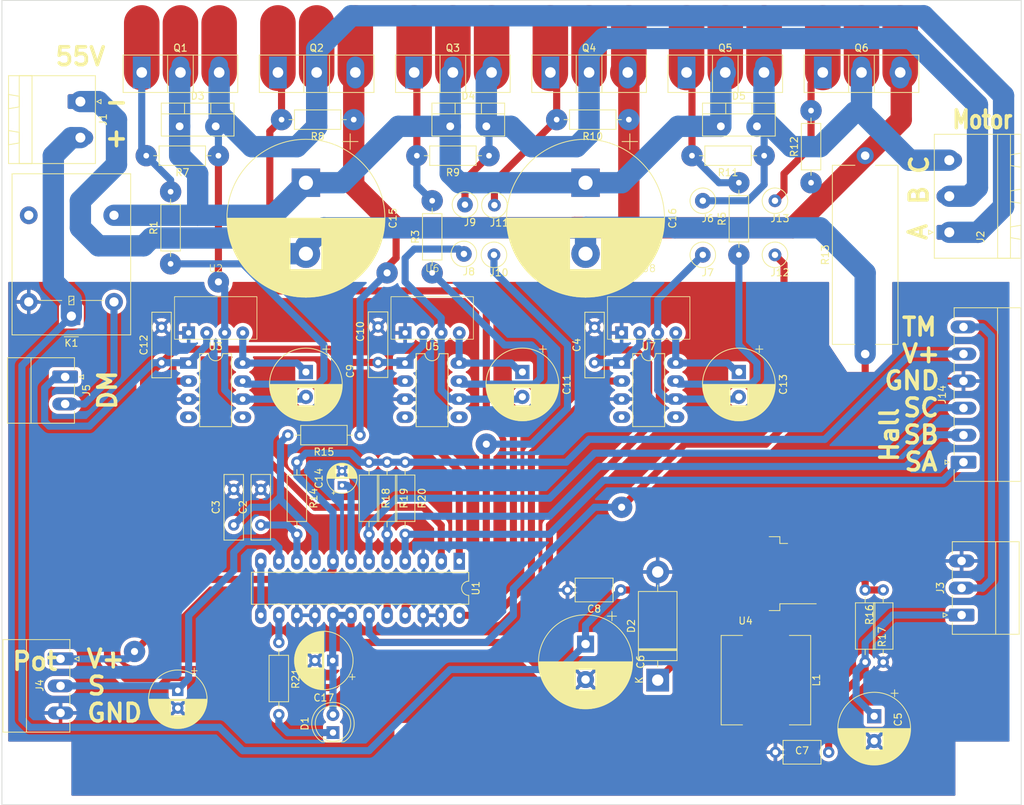
<source format=kicad_pcb>
(kicad_pcb (version 20221018) (generator pcbnew)
  (layers (0 "F.Cu" signal) (31 "B.Cu" signal) (34 "B.Paste" user) (35 "F.Paste" user) (36 "B.SilkS" user "B.Silkscreen") (37 "F.SilkS" user "F.Silkscreen") (38 "B.Mask" user) (39 "F.Mask" user) (44 "Edge.Cuts" user))
  (net 0 "")
  (net 1 "Net-(J4-Pin_2)")
  (net 2 "+12V")
  (net 3 "Net-(U1-Oscilator)")
  (net 4 "Net-(U1-Curr_sen+)")
  (net 5 "Net-(D1-K)")
  (net 6 "/FaseA")
  (net 7 "/FaseB")
  (net 8 "/FaseC")
  (net 9 "/AH")
  (net 10 "/AL")
  (net 11 "/BH")
  (net 12 "/BL")
  (net 13 "/CH")
  (net 14 "/CL")
  (net 15 "GND")
  (net 16 "Net-(Q1-G)")
  (net 17 "+6V")
  (net 18 "/SC")
  (net 19 "/SB")
  (net 20 "/SA")
  (net 21 "/DCH")
  (net 22 "/DAH")
  (net 23 "/DBH")
  (net 24 "Net-(Q2-S)")
  (net 25 "Net-(Q3-G)")
  (net 26 "Net-(Q5-G)")
  (net 27 "Net-(U1-Amp-)")
  (net 28 "Net-(U2-+Vo)")
  (net 29 "Net-(U5-VB)")
  (net 30 "Net-(U7-VB)")
  (net 31 "Net-(U1-OE)")
  (net 32 "Net-(U1-Fault)")
  (net 33 "/V55+")
  (net 34 "Net-(D2-K)")
  (net 35 "Net-(U4-FB)")
  (net 42 "Net-(D3-K)")
  (net 43 "Net-(J5-Pin_2)")
  (net 45 "Net-(U5-VS)")
  (net 46 "Net-(U7-VS)")
  (net 47 "Net-(Q4-G)")
  (net 48 "Net-(Q6-G)")
  (net 49 "/TempMot")
  (footprint "Connector_Phoenix_MC:PhoenixContact_MC_1,5_3-G-3.81_1x03_P3.81mm_Horizontal" (layer "F.Cu") (at 74.676 124.222889 -90)
    (fp_text reference "J4")
    (fp_text value "Potenciômetro")
  )
  (footprint "Capacitor_THT:C_Disc_D9.0mm_W2.5mm_P5.00mm" (layer "F.Cu") (at 119.38 82.47 90)
    (fp_text reference "C10")
    (fp_text value "C")
  )
  (footprint "TestPoint:TestPoint_Loop_D3.50mm_Drill0.9mm_Beaded" (layer "F.Cu") (at 135.761138 60.30521)
    (fp_text reference "J11")
    (fp_text value "~")
  )
  (footprint "Capacitor_THT:CP_Radial_D4.0mm_P2.00mm" (layer "F.Cu") (at 114.3 99.79 90)
    (fp_text reference "C14")
    (fp_text value "2,2u")
  )
  (footprint "MountingHole:MountingHole_3.5mm" (layer "F.Cu") (at 70.231 140.95)
    (fp_text reference "H3" hide)
    (fp_text value "MountingHole" hide)
  )
  (footprint "Capacitor_THT:CP_Radial_D8.0mm_P2.50mm" (layer "F.Cu") (at 112.99 124.46 180)
    (fp_text reference "C17")
    (fp_text value "100u 16V")
  )
  (footprint "Resistor_THT:R_Axial_DIN0207_L6.3mm_D2.5mm_P10.16mm_Horizontal" (layer "F.Cu") (at 90.17 68.58 90)
    (fp_text reference "R1")
    (fp_text value "10")
  )
  (footprint "Capacitor_THT:CP_Radial_D22.0mm_P10.00mm_SnapIn" (layer "F.Cu") (at 148.59 57.15 -90)
    (fp_text reference "C16")
    (fp_text value "470u 100V")
  )
  (footprint "Resistor_THT:R_Axial_DIN0207_L6.3mm_D2.5mm_P10.16mm_Horizontal" (layer "F.Cu") (at 96.901 53.34 180)
    (fp_text reference "R7")
    (fp_text value "100K")
  )
  (footprint "B1212s-1W:B1212s-1W" (layer "F.Cu") (at 157.48 76.2)
    (fp_text reference "U8")
    (fp_text value "B1212s-1W")
  )
  (footprint "Connector_Phoenix_MC:PhoenixContact_MC_1,5_6-G-3.81_1x06_P3.81mm_Horizontal" (layer "F.Cu") (at 201.8 96.52 90)
    (fp_text reference "J14")
    (fp_text value "Sensores")
  )
  (footprint "Capacitor_THT:C_Disc_D9.0mm_W2.5mm_P5.00mm" (layer "F.Cu") (at 99.06 105.37 90)
    (fp_text reference "C3")
    (fp_text value "C")
  )
  (footprint "Capacitor_THT:C_Axial_L5.1mm_D3.1mm_P7.50mm_Horizontal" (layer "F.Cu") (at 182.82 137.384785 180)
    (fp_text reference "C7")
    (fp_text value "100n")
  )
  (footprint "TestPoint:TestPoint_Loop_D3.50mm_Drill0.9mm_Beaded" (layer "F.Cu") (at 131.465182 67.181791)
    (fp_text reference "J8")
    (fp_text value "~")
  )
  (footprint "Resistor_THT:R_Axial_DIN0207_L6.3mm_D2.5mm_P10.16mm_Horizontal" (layer "F.Cu") (at 107.95 96.52 -90)
    (fp_text reference "R14")
    (fp_text value "1K")
  )
  (footprint "TestPoint:TestPoint_Loop_D3.50mm_Drill0.9mm_Beaded" (layer "F.Cu") (at 165.1 59.69)
    (fp_text reference "J6")
    (fp_text value "~")
  )
  (footprint "Package_TO_SOT_THT:TO-247-3_Vertical" (layer "F.Cu") (at 162.814 41.617889)
    (fp_text reference "Q5")
    (fp_text value "FDH50N50")
  )
  (footprint "TestPoint:TestPoint_Loop_D3.50mm_Drill0.9mm_Beaded" (layer "F.Cu") (at 175.26 67.31)
    (fp_text reference "J12")
    (fp_text value "~")
  )
  (footprint "Relay_THT:Relay_SPDT_Omron-G5LE-1" (layer "F.Cu") (at 76.2 75.9375 180)
    (fp_text reference "K1")
    (fp_text value "G5LE-1")
  )
  (footprint "Resistor_THT:R_Axial_Power_L25.0mm_W9.0mm_P27.94mm" (layer "F.Cu") (at 187.96 81.28 90)
    (fp_text reference "R13")
    (fp_text value "0,01")
  )
  (footprint "Connector_Phoenix_MSTB:PhoenixContact_MSTBA_2,5_3-G-5,08_1x03_P5.08mm_Horizontal" (layer "F.Cu") (at 199.8035 64.135 90)
    (fp_text reference "J2")
    (fp_text value "Motor")
  )
  (footprint "Package_DIP:DIP-8_W7.62mm_LongPads" (layer "F.Cu") (at 92.695 82.56)
    (fp_text reference "U3")
    (fp_text value "IR2118")
  )
  (footprint "Capacitor_THT:C_Disc_D9.0mm_W2.5mm_P5.00mm" (layer "F.Cu") (at 88.9 82.51 90)
    (fp_text reference "C12")
    (fp_text value "C")
  )
  (footprint "Capacitor_THT:CP_Radial_D8.0mm_P2.50mm" (layer "F.Cu") (at 91.186 128.667889 -90)
    (fp_text reference "C1" hide)
    (fp_text value "C_Polarized")
  )
  (footprint "TestPoint:TestPoint_Loop_D3.50mm_Drill0.9mm_Beaded" (layer "F.Cu") (at 131.615355 60.238582)
    (fp_text reference "J9")
    (fp_text value "~")
  )
  (footprint "Package_DIP:DIP-8_W7.62mm_LongPads" (layer "F.Cu") (at 123.175 82.56)
    (fp_text reference "U5")
    (fp_text value "IR2118")
  )
  (footprint "Package_TO_SOT_SMD:TO-263-5_TabPin3" (layer "F.Cu") (at 171.12 112.219785 180)
    (fp_text reference "U4")
    (fp_text value "LM2596S-ADJ")
  )
  (footprint "Inductor_SMD:L_12x12mm_H6mm" (layer "F.Cu") (at 173.99 127.224785 -90)
    (fp_text reference "L1")
    (fp_text value "100u")
  )
  (footprint "Package_TO_SOT_THT:TO-247-3_Vertical" (layer "F.Cu") (at 181.991 41.617889)
    (fp_text reference "Q6")
    (fp_text value "FDH50N50")
  )
  (footprint "Package_TO_SOT_THT:TO-220-2_Vertical" (layer "F.Cu") (at 91.44 49.205)
    (fp_text reference "D3")
    (fp_text value "Verificar")
  )
  (footprint "Resistor_THT:R_Axial_DIN0207_L6.3mm_D2.5mm_P10.16mm_Horizontal" (layer "F.Cu") (at 123.19 96.52 -90)
    (fp_text reference "R20")
    (fp_text value "1K")
  )
  (footprint "Resistor_THT:R_Axial_DIN0207_L6.3mm_D2.5mm_P10.16mm_Horizontal" (layer "F.Cu") (at 116.84 92.71 180)
    (fp_text reference "R15")
    (fp_text value "R")
  )
  (footprint "MountingHole:MountingHole_3.5mm" (layer "F.Cu") (at 70.231 35.267889)
    (fp_text reference "H1" hide)
    (fp_text value "MountingHole" hide)
  )
  (footprint "B1212s-1W:B1212s-1W" (layer "F.Cu") (at 96.52 76.2)
    (fp_text reference "U2")
    (fp_text value "B1212s-1W")
  )
  (footprint "B1212s-1W:B1212s-1W" (layer "F.Cu") (at 127 76.2)
    (fp_text reference "U6")
    (fp_text value "B1212s-1W")
  )
  (footprint "Package_DIP:DIP-8_W7.62mm_LongPads" (layer "F.Cu") (at 153.67 82.55)
    (fp_text reference "U7")
    (fp_text value "IR2118")
  )
  (footprint "Package_TO_SOT_THT:TO-247-3_Vertical" (layer "F.Cu") (at 86.106 41.617889)
    (fp_text reference "Q1")
    (fp_text value "FDH50N50")
  )
  (footprint "Resistor_THT:R_Axial_DIN0207_L6.3mm_D2.5mm_P10.16mm_Horizontal" (layer "F.Cu") (at 120.65 96.52 -90)
    (fp_text reference "R19")
    (fp_text value "1K")
  )
  (footprint "Resistor_THT:R_Axial_DIN0207_L6.3mm_D2.5mm_P10.16mm_Horizontal" (layer "F.Cu") (at 127 69.85 90)
    (fp_text reference "R3")
    (fp_text value "10")
  )
  (footprint "Package_TO_SOT_THT:TO-220-2_Vertical" (layer "F.Cu") (at 129.54 49.205)
    (fp_text reference "D4")
    (fp_text value "Verificar")
  )
  (footprint "Resistor_THT:R_Axial_DIN0207_L6.3mm_D2.5mm_P10.16mm_Horizontal" (layer "F.Cu") (at 154.686 48.26 180)
    (fp_text reference "R10")
    (fp_text value "100K")
  )
  (footprint "Resistor_THT:R_Axial_DIN0207_L6.3mm_D2.5mm_P10.16mm_Horizontal" (layer "F.Cu") (at 115.951 48.26 180)
    (fp_text reference "R8")
    (fp_text value "100K")
  )
  (footprint "Capacitor_THT:CP_Radial_D13.0mm_P5.00mm" (layer "F.Cu") (at 148.59 122.144785 -90)
    (fp_text reference "C6")
    (fp_text value "470u 63V")
  )
  (footprint "Resistor_THT:R_Axial_DIN0207_L6.3mm_D2.5mm_P10.16mm_Horizontal" (layer "F.Cu") (at 135.001 53.34 180)
    (fp_text reference "R9")
    (fp_text value "100K")
  )
  (footprint "MountingHole:MountingHole_3.5mm" (layer "F.Cu") (at 206.121 140.95)
    (fp_text reference "H2" hide)
    (fp_text value "MountingHole" hide)
  )
  (footprint "Capacitor_THT:CP_Radial_D10.0mm_P3.50mm" (layer "F.Cu") (at 139.7 83.82 -90)
    (fp_text reference "C11")
    (fp_text value "470u 16V")
  )
  (footprint "Capacitor_THT:CP_Radial_D10.0mm_P3.50mm" (layer "F.Cu") (at 189.23 132.304785 -90)
    (fp_text reference "C5")
    (fp_text value "470u 16V")
  )
  (footprint "Capacitor_THT:CP_Radial_D22.0mm_P10.00mm_SnapIn" (layer "F.Cu") (at 109.22 57.15 -90)
    (fp_text reference "C15")
    (fp_text value "470u 100V")
  )
  (footprint "Package_TO_SOT_THT:TO-247-3_Vertical" (layer "F.Cu") (at 105.283 41.617889)
    (fp_text reference "Q2")
    (fp_text value "FDH50N50")
  )
  (footprint "Package_TO_SOT_THT:TO-220-2_Vertical" (layer "F.Cu") (at 167.64 49.205)
    (fp_text reference "D5")
    (fp_text value "Verificar")
  )
  (footprint "Connector_Phoenix_MC:PhoenixContact_MC_1,5_2-G-3.81_1x02_P3.81mm_Horizontal" (layer "F.Cu") (at 75.3225 84.51 -90)
    (fp_text reference "J5")
    (fp_text value "DM")
  )
  (footprint "TestPoint:TestPoint_Loop_D3.50mm_Drill0.9mm_Beaded" (layer "F.Cu") (at 165.1 67.31)
    (fp_text reference "J7")
    (fp_text value "~")
  )
  (footprint "Capacitor_THT:C_Axial_L5.1mm_D3.1mm_P7.50mm_Horizontal" (layer "F.Cu") (at 153.55 114.524785 180)
    (fp_text reference "C8")
    (fp_text value "100n")
  )
  (footprint "Connector_Phoenix_MSTB:PhoenixContact_MSTBA_2,5_2-G-5,08_1x02_P5.08mm_Horizontal" (layer "F.Cu") (at 77.47 45.72 -90)
    (fp_text reference "J1")
    (fp_text value "55V")
  )
  (footprint "Resistor_THT:R_Axial_DIN0207_L6.3mm_D2.5mm_P10.16mm_Horizontal" (layer "F.Cu") (at 118.11 96.52 -90)
    (fp_text reference "R18")
    (fp_text value "1K")
  )
  (footprint "Package_TO_SOT_THT:TO-247-3_Vertical" (layer "F.Cu") (at 124.46 41.617889)
    (fp_text reference "Q3")
    (fp_text value "FDH50N50")
  )
  (footprint "Resistor_THT:R_Axial_DIN0207_L6.3mm_D2.5mm_P10.16mm_Horizontal" (layer "F.Cu") (at 187.96 114.524785 -90)
    (fp_text reference "R16")
    (fp_text value "9,1K")
  )
  (footprint "TestPoint:TestPoint_Loop_D3.50mm_Drill0.9mm_Beaded" (layer "F.Cu") (at 135.696003 67.31)
    (fp_text reference "J10")
    (fp_text value "~")
  )
  (footprint "TestPoint:TestPoint_Loop_D3.50mm_Drill0.9mm_Beaded" (layer "F.Cu") (at 175.26 59.69)
    (fp_text reference "J13")
    (fp_text value "~")
  )
  (footprint "Resistor_THT:R_Axial_DIN0207_L6.3mm_D2.5mm_P10.16mm_Horizontal" (layer "F.Cu") (at 190.5 124.684785 90)
    (fp_text reference "R17")
    (fp_text value "1K")
  )
  (footprint "Resistor_THT:R_Axial_DIN0207_L6.3mm_D2.5mm_P10.16mm_Horizontal" (layer "F.Cu") (at 105.41 121.92 -90)
    (fp_text reference "R21")
    (fp_text value "1K")
  )
  (footprint "Resistor_THT:R_Axial_DIN0207_L6.3mm_D2.5mm_P10.16mm_Horizontal" (layer "F.Cu") (at 180.34 57.15 90)
    (fp_text reference "R12")
    (fp_text value "100K")
  )
  (footprint "Resistor_THT:R_Axial_DIN0207_L6.3mm_D2.5mm_P10.16mm_Horizontal" (layer "F.Cu") (at 173.736 53.34 180)
    (fp_text reference "R11")
    (fp_text value "100K")
  )
  (footprint "Connector_Phoenix_MC:PhoenixContact_MC_1,5_3-G-3.81_1x03_P3.81mm_Horizontal" (layer "F.Cu") (at 201.5375 118.055 90)
    (fp_text reference "J3")
    (fp_text value "Telemetria")
  )
  (footprint "Resistor_THT:R_Axial_DIN0207_L6.3mm_D2.5mm_P10.16mm_Horizontal" (layer "F.Cu") (at 170.18 67.31 90)
    (fp_text reference "R5")
    (fp_text value "10")
  )
  (footprint "Capacitor_THT:CP_Radial_D10.0mm_P3.50mm" (layer "F.Cu") (at 170.18 83.82 -90)
    (fp_text reference "C13")
    (fp_text value "470u 16V")
  )
  (footprint "MountingHole:MountingHole_3.5mm" (layer "F.Cu") (at 206.121 35.267889)
    (fp_text reference "H4" hide)
    (fp_text value "MountingHole" hide)
  )
  (footprint "Package_DIP:DIP-24_W7.62mm_LongPads" (layer "F.Cu") (at 130.815 110.475 -90)
    (fp_text reference "U1")
    (fp_text value "MC33035")
  )
  (footprint "Capacitor_THT:C_Disc_D9.0mm_W2.5mm_P5.00mm" (layer "F.Cu") (at 102.87 105.37 90)
    (fp_text reference "C2")
    (fp_text value "100n")
  )
  (footprint "Package_TO_SOT_THT:TO-247-3_Vertical" (layer "F.Cu") (at 143.637 41.617889)
    (fp_text reference "Q4")
    (fp_text value "FDH50N50")
  )
  (footprint "Capacitor_THT:CP_Radial_D10.0mm_P3.50mm" (layer "F.Cu") (at 109.22 83.82 -90)
    (fp_text reference "C9")
    (fp_text value "470u 16V")
  )
  (footprint "Capacitor_THT:C_Disc_D9.0mm_W2.5mm_P5.00mm" (layer "F.Cu") (at 149.86 82.51 90)
    (fp_text reference "C4")
    (fp_text value "C")
  )
  (footprint "Diode_THT:D_DO-201AD_P15.24mm_Horizontal" (layer "F.Cu") (at 158.75 127.224785 90)
    (fp_text reference "D2")
    (fp_text value "1N5822")
  )
  (footprint "LED_THT:LED_D5.0mm" (layer "F.Cu") (at 113.03 134.62 90)
    (fp_text reference "D1")
    (fp_text value "LED")
  )
  (gr_line (start 66.421 144.78) (end 66.421 31.457889) (stroke (width 0.1)) (layer "Edge.Cuts"))
  (gr_line (start 209.931 144.78) (end 66.421 144.78) (stroke (width 0.1)) (layer "Edge.Cuts"))
  (gr_line (start 209.931 144.78) (end 209.931 31.457889) (stroke (width 0.1)) (layer "Edge.Cuts"))
  (gr_line (start 209.931 31.457889) (end 66.421 31.457889) (stroke (width 0.1)) (layer "Edge.Cuts"))
  (gr_text "SEM / IFC" (at 122.732686 141.818522) (layer "F.Cu") (effects (font (size 6 6) (thickness 1.2) bold) (justify left bottom)))
  (gr_text "2023 / 1" (at 77.47 142.24) (layer "F.Cu") (effects (font (size 3 3) (thickness 0.6) bold) (justify left bottom)))
  (gr_text "Motor" (at 204.47 48.26) (layer "F.SilkS") (effects (font (size 2.5 2) (thickness 0.5))))
  (gr_text "V+" (at 81.026 124.222889) (layer "F.SilkS") (effects (font (size 2.5 2.5) (thickness 0.5))))
  (gr_text "TM" (at 195.58 77.47) (layer "F.SilkS") (effects (font (size 2.5 2.5) (thickness 0.5))))
  (gr_text "V+" (at 195.8225 81.225) (layer "F.SilkS") (effects (font (size 2.5 2.5) (thickness 0.5))))
  (gr_text "-" (at 82.55 45.72) (layer "F.SilkS") (effects (font (size 2.5 2.5) (thickness 0.5))))
  (gr_text "Hall" (at 191.3775 92.655 90) (layer "F.SilkS") (effects (font (size 2.5 2.5) (thickness 0.5))))
  (gr_text "C" (at 195.58 54.61 90) (layer "F.SilkS") (effects (font (size 2.5 2.5) (thickness 0.5))))
  (gr_text "55V" (at 77.47 39.37) (layer "F.SilkS") (effects (font (size 2.5 2.5) (thickness 0.5))))
  (gr_text "GND" (at 82.296 131.842889) (layer "F.SilkS") (effects (font (size 2.5 2.5) (thickness 0.5))))
  (gr_text "S" (at 79.756 128.032889) (layer "F.SilkS") (effects (font (size 2.5 2.5) (thickness 0.5))))
  (gr_text "GND" (at 194.5525 85.035) (layer "F.SilkS") (effects (font (size 2.5 2.5) (thickness 0.5))))
  (gr_text "A" (at 195.383964 64.079656 90) (layer "F.SilkS") (effects (font (size 2.5 2.5) (thickness 0.5))))
  (gr_text "SA" (at 195.8225 96.465) (layer "F.SilkS") (effects (font (size 2.5 2.5) (thickness 0.5))))
  (gr_text "Pot" (at 71.061113 124.569956) (layer "F.SilkS") (effects (font (size 2.5 2.5) (thickness 0.5))))
  (gr_text "SB" (at 195.8225 92.655) (layer "F.SilkS") (effects (font (size 2.5 2.5) (thickness 0.5))))
  (gr_text "DM" (at 81.28 86.36 90) (layer "F.SilkS") (effects (font (size 2.5 2.5) (thickness 0.5))))
  (gr_text "+" (at 82.55 50.8) (layer "F.SilkS") (effects (font (size 2.5 2.5) (thickness 0.5))))
  (gr_text "B" (at 195.52968 58.906727 90) (layer "F.SilkS") (effects (font (size 2.5 2.5) (thickness 0.5))))
  (gr_text "SC" (at 195.8225 88.845) (layer "F.SilkS") (effects (font (size 2.5 2.5) (thickness 0.5))))
  (segment (start 99.06 111.76868) (end 99.06 109.22) (width 1) (layer "B.Cu") (net 1))
  (segment (start 91.186 128.524) (end 91.677111 128.032889) (width 1) (layer "B.Cu") (net 1))
  (segment (start 99.06 109.22) (end 100.566992 107.713008) (width 1) (layer "B.Cu") (net 1))
  (segment (start 91.677111 128.032889) (end 92.71 127) (width 1) (layer "B.Cu") (net 1))
  (segment (start 91.186 128.667889) (end 91.186 128.524) (width 1) (layer "B.Cu") (net 1))
  (segment (start 92.71 118.11868) (end 99.06 111.76868) (width 1) (layer "B.Cu") (net 1))
  (segment (start 100.566992 107.713008) (end 104.57516 107.713008) (width 1) (layer "B.Cu") (net 1))
  (segment (start 105.415 108.552848) (end 105.415 110.475) (width 1) (layer "B.Cu") (net 1))
  (segment (start 92.71 127) (end 92.71 118.11868) (width 1) (layer "B.Cu") (net 1))
  (segment (start 74.676 128.032889) (end 91.677111 128.032889) (width 1) (layer "B.Cu") (net 1))
  (segment (start 104.57516 107.713008) (end 105.415 108.552848) (width 1) (layer "B.Cu") (net 1))
  (segment (start 147.32 130.81) (end 138.43 121.92) (width 1) (layer "F.Cu") (net 2))
  (segment (start 138.43 121.92) (end 115.575 121.92) (width 1) (layer "F.Cu") (net 2))
  (segment (start 114.365663 82.47) (end 119.38 82.47) (width 1) (layer "F.Cu") (net 2))
  (segment (start 97.79 128.27) (end 113.03 128.27) (width 1) (layer "F.Cu") (net 2))
  (segment (start 163.83 130.81) (end 147.32 130.81) (width 1) (layer "F.Cu") (net 2))
  (segment (start 90.847326 80.602674) (end 112.498337 80.602674) (width 1) (layer "F.Cu") (net 2))
  (segment (start 88.9 82.51) (end 90.13 81.28) (width 1) (layer "F.Cu") (net 2))
  (segment (start 115.575 121.92) (end 115.575 118.095) (width 1) (layer "F.Cu") (net 2))
  (segment (start 86.36 85.05) (end 86.36 93.98) (width 1) (layer "F.Cu") (net 2))
  (segment (start 173.99 132.174785) (end 181.74 132.174785) (width 1) (layer "F.Cu") (net 2))
  (segment (start 90.17 81.28) (end 90.847326 80.602674) (width 1) (layer "F.Cu") (net 2))
  (segment (start 157.48 82.55) (end 157.48 91.44) (width 1) (layer "F.Cu") (net 2))
  (segment (start 151.66717 80.70283) (end 155.63283 80.70283) (width 1) (layer "F.Cu") (net 2))
  (segment (start 155.63283 80.70283) (end 157.48 82.55) (width 1) (layer "F.Cu") (net 2))
  (segment (start 83.82 127) (end 87.63 127) (width 1) (layer "F.Cu") (net 2))
  (segment (start 87.63 127) (end 88.9 125.73) (width 1) (layer "F.Cu") (net 2))
  (segment (start 143.51 105.41) (end 143.51 116.84) (width 1) (layer "F.Cu") (net 2))
  (segment (start 112.498337 80.602674) (end 114.365663 82.47) (width 1) (layer "F.Cu") (net 2))
  (segment (start 90.13 81.28) (end 90.17 81.28) (width 1) (layer "F.Cu") (net 2))
  (segment (start 81.28 124.46) (end 83.82 127) (width 1) (layer "F.Cu") (net 2))
  (segment (start 181.74 132.174785) (end 182.82 133.254785) (width 1) (layer "F.Cu") (net 2))
  (segment (start 187.96 125.954785) (end 187.96 124.684785) (width 1) (layer "F.Cu") (net 2))
  (segment (start 182.82 133.254785) (end 182.82 137.384785) (width 1) (layer "F.Cu") (net 2))
  (segment (start 157.48 91.44) (end 143.51 105.41) (width 1) (layer "F.Cu") (net 2))
  (segment (start 149.86 82.51) (end 151.66717 80.70283) (width 1) (layer "F.Cu") (net 2))
  (segment (start 88.9 125.73) (end 95.25 125.73) (width 1) (layer "F.Cu") (net 2))
  (segment (start 88.9 82.51) (end 86.36 85.05) (width 1) (layer "F.Cu") (net 2))
  (segment (start 143.51 116.84) (end 138.43 121.92) (width 1) (layer "F.Cu") (net 2))
  (segment (start 115.575 125.725) (end 115.575 121.92) (width 1) (layer "F.Cu") (net 2))
  (segment (start 113.03 128.27) (end 115.575 125.725) (width 1) (layer "F.Cu") (net 2))
  (segment (start 181.74 132.174785) (end 187.96 125.954785) (width 1) (layer "F.Cu") (net 2))
  (segment (start 165.194785 132.174785) (end 163.83 130.81) (width 1) (layer "F.Cu") (net 2))
  (segment (start 95.25 125.73) (end 97.79 128.27) (width 1) (layer "F.Cu") (net 2))
  (segment (start 173.99 132.174785) (end 165.194785 132.174785) (width 1) (layer "F.Cu") (net 2))
  (segment (start 81.28 99.06) (end 81.28 124.46) (width 1) (layer "F.Cu") (net 2))
  (segment (start 86.36 93.98) (end 81.28 99.06) (width 1) (layer "F.Cu") (net 2))
  (segment (start 149.86 82.51) (end 153.63 82.51) (width 1) (layer "B.Cu") (net 2))
  (segment (start 153.67 82.55) (end 156.21 80.01) (width 1) (layer "B.Cu") (net 2))
  (segment (start 123.085 82.47) (end 123.175 82.56) (width 1) (layer "B.Cu") (net 2))
  (segment (start 125.73 80.005) (end 125.73 78.3) (width 1) (layer "B.Cu") (net 2))
  (segment (start 112.99 118.14) (end 113.035 118.095) (width 1) (layer "B.Cu") (net 2))
  (segment (start 186.69 125.954785) (end 187.96 124.684785) (width 1) (layer "B.Cu") (net 2))
  (segment (start 191.825 118.055) (end 187.96 121.92) (width 1) (layer "B.Cu") (net 2))
  (segment (start 88.9 82.51) (end 92.645 82.51) (width 1) (layer "B.Cu") (net 2))
  (segment (start 113.035 118.095) (end 115.575 118.095) (width 1) (layer "B.Cu") (net 2))
  (segment (start 153.63 82.51) (end 153.67 82.55) (width 1) (layer "B.Cu") (net 2))
  (segment (start 73.97997 84.51) (end 72.439052 86.050918) (width 1) (layer "B.Cu") (net 2))
  (segment (start 73.076827 91.44) (end 78.74 91.44) (width 1) (layer "B.Cu") (net 2))
  (segment (start 186.69 129.764785) (end 186.69 125.954785) (width 1) (layer "B.Cu") (net 2))
  (segment (start 201.5375 118.055) (end 191.825 118.055) (width 1) (layer "B.Cu") (net 2))
  (segment (start 113.03 124.5) (end 112.99 124.46) (width 1) (layer "B.Cu") (net 2))
  (segment (start 156.21 80.01) (end 156.21 78.3) (width 1) (layer "B.Cu") (net 2))
  (segment (start 119.38 82.47) (end 123.085 82.47) (width 1) (layer "B.Cu") (net 2))
  (segment (start 123.175 82.56) (end 125.73 80.005) (width 1) (layer "B.Cu") (net 2))
  (segment (start 189.23 132.304785) (end 186.69 129.764785) (width 1) (layer "B.Cu") (net 2))
  (segment (start 78.74 91.44) (end 87.67 82.51) (width 1) (layer "B.Cu") (net 2))
  (segment (start 72.439052 86.050918) (end 72.439052 90.802225) (width 1) (layer "B.Cu") (net 2))
  (segment (start 95.25 78.3) (end 95.25 80.005) (width 1) (layer "B.Cu") (net 2))
  (segment (start 87.67 82.51) (end 88.9 82.51) (width 1) (layer "B.Cu") (net 2))
  (segment (start 75.3225 84.51) (end 73.97997 84.51) (width 1) (layer "B.Cu") (net 2))
  (segment (start 113.03 132.08) (end 113.03 124.5) (width 1) (layer "B.Cu") (net 2))
  (segment (start 187.96 121.92) (end 187.96 124.684785) (width 1) (layer "B.Cu") (net 2))
  (segment (start 95.25 80.005) (end 92.695 82.56) (width 1) (layer "B.Cu") (net 2))
  (segment (start 72.439052 90.802225) (end 73.076827 91.44) (width 1) (layer "B.Cu") (net 2))
  (segment (start 92.645 82.51) (end 92.695 82.56) (width 1) (layer "B.Cu") (net 2))
  (segment (start 112.99 124.46) (end 112.99 118.14) (width 1) (layer "B.Cu") (net 2))
  (segment (start 107.955 106.685) (end 107.95 106.68) (width 1) (layer "B.Cu") (net 3))
  (segment (start 102.87 105.37) (end 106.64 105.37) (width 1) (layer "B.Cu") (net 3))
  (segment (start 106.64 105.37) (end 107.95 106.68) (width 1) (layer "B.Cu") (net 3))
  (segment (start 107.955 110.475) (end 107.955 106.685) (width 1) (layer "B.Cu") (net 3))
  (segment (start 110.495 106.685) (end 110.495 110.475) (width 1) (layer "B.Cu") (net 4))
  (segment (start 105.64 100.56) (end 105.64 93.75) (width 1) (layer "B.Cu") (net 4))
  (segment (start 104.14 102.87) (end 105.64 101.37) (width 1) (layer "B.Cu") (net 4))
  (segment (start 99.06 105.37) (end 101.56 102.87) (width 1) (layer "B.Cu") (net 4))
  (segment (start 105.64 101.37) (end 105.64 100.56) (width 1) (layer "B.Cu") (net 4))
  (segment (start 101.56 102.87) (end 104.14 102.87) (width 1) (layer "B.Cu") (net 4))
  (segment (start 105.64 93.75) (end 106.68 92.71) (width 1) (layer "B.Cu") (net 4))
  (segment (start 105.64 101.83) (end 110.495 106.685) (width 1) (layer "B.Cu") (net 4))
  (segment (start 105.64 100.56) (end 105.64 101.83) (width 1) (layer "B.Cu") (net 4))
  (segment (start 106.68 134.62) (end 113.03 134.62) (width 1) (layer "B.Cu") (net 5))
  (segment (start 105.41 133.35) (end 106.68 134.62) (width 1) (layer "B.Cu") (net 5))
  (segment (start 105.41 132.08) (end 105.41 133.35) (width 1) (layer "B.Cu") (net 5))
  (segment (start 97.006 41.617889) (end 97.006 34.632889) (width 5) (layer "F.Cu") (net 6))
  (segment (start 110.733 41.617889) (end 110.733 34.632889) (width 5) (layer "F.Cu") (net 6))
  (segment (start 96.901 71.12) (end 96.901 53.34) (width 1) (layer "F.Cu") (net 6))
  (via (at 96.901 71.12) (size 3) (drill 1) (layers "F.Cu" "B.Cu") (net 6))
  (segment (start 96.901 71.12) (end 97.79 72.009) (width 1) (layer "B.Cu") (net 6))
  (segment (start 101.6 52.07) (end 107.95 52.07) (width 3) (layer "B.Cu") (net 6))
  (segment (start 203.835 64.135) (end 207.441989 60.528011) (width 3) (layer "B.Cu") (net 6))
  (segment (start 97.006 46.99) (end 97.006 47.476) (width 3) (layer "B.Cu") (net 6))
  (segment (start 100.305 87.63) (end 99.06 87.63) (width 1) (layer "B.Cu") (net 6))
  (segment (start 97.006 46.99) (end 97.006 48.719) (width 3) (layer "B.Cu") (net 6))
  (segment (start 97.79 72.009) (end 97.79 78.3) (width 1) (layer "B.Cu") (net 6))
  (segment (start 110.882 38.343) (end 110.733 38.343) (width 3) (layer "B.Cu") (net 6))
  (segment (start 108.9 87.64) (end 109.22 87.32) (width 1) (layer "B.Cu") (net 6))
  (segment (start 99.06 87.63) (end 97.79 86.36) (width 1) (layer "B.Cu") (net 6))
  (segment (start 199.8035 64.135) (end 203.835 64.135) (width 3) (layer "B.Cu") (net 6))
  (segment (start 97.79 86.36) (end 97.79 78.3) (width 1) (layer "B.Cu") (net 6))
  (segment (start 207.441989 44.881989) (end 196.19 33.63) (width 3) (layer "B.Cu") (net 6))
  (segment (start 115.595 33.63) (end 110.882 38.343) (width 3) (layer "B.Cu") (net 6))
  (segment (start 97.006 48.719) (end 96.52 49.205) (width 3) (layer "B.Cu") (net 6))
  (segment (start 207.441989 60.528011) (end 207.441989 44.881989) (width 3) (layer "B.Cu") (net 6))
  (segment (start 110.733 49.287) (end 110.733 41.617889) (width 3) (layer "B.Cu") (net 6))
  (segment (start 97.006 41.617889) (end 97.006 46.99) (width 3) (layer "B.Cu") (net 6))
  (segment (start 96.901 53.975) (end 96.901 49.586) (width 1) (layer "B.Cu") (net 6))
  (segment (start 96.901 49) (end 97.006 48.895) (width 1) (layer "B.Cu") (net 6))
  (segment (start 196.19 33.63) (end 115.595 33.63) (width 3) (layer "B.Cu") (net 6))
  (segment (start 107.95 52.07) (end 110.733 49.287) (width 3) (layer "B.Cu") (net 6))
  (segment (start 96.901 49.586) (end 96.52 49.205) (width 1) (layer "B.Cu") (net 6))
  (segment (start 100.315 87.64) (end 108.9 87.64) (width 1) (layer "B.Cu") (net 6))
  (segment (start 110.733 38.343) (end 110.733 41.617889) (width 3) (layer "B.Cu") (net 6))
  (segment (start 97.006 47.476) (end 101.6 52.07) (width 3) (layer "B.Cu") (net 6))
  (segment (start 100.315 87.64) (end 100.305 87.63) (width 1) (layer "B.Cu") (net 6))
  (segment (start 131.615355 60.238582) (end 131.615355 56.725645) (width 1) (layer "F.Cu") (net 7))
  (segment (start 149.087 41.617889) (end 149.087 34.632889) (width 5) (layer "F.Cu") (net 7))
  (segment (start 131.615355 56.725645) (end 135.001 53.34) (width 1) (layer "F.Cu") (net 7))
  (segment (start 135.36 41.617889) (end 135.36 34.632889) (width 5) (layer "F.Cu") (net 7))
  (segment (start 194.427521 36.83) (end 151.13 36.83) (width 3) (layer "B.Cu") (net 7))
  (segment (start 149.087 50.303) (end 149.087 41.617889) (width 3) (layer "B.Cu") (net 7))
  (segment (start 134.62 49.205) (end 138.105 49.205) (width 3) (layer "B.Cu") (net 7))
  (segment (start 138.105 49.205) (end 140.97 52.07) (width 3) (layer "B.Cu") (net 7))
  (segment (start 199.8035 59.055) (end 202.565 59.055) (width 3) (layer "B.Cu") (net 7))
  (segment (start 202.565 59.055) (end 203.768723 57.851277) (width 3) (layer "B.Cu") (net 7))
  (segment (start 140.97 52.07) (end 147.32 52.07) (width 3) (layer "B.Cu") (net 7))
  (segment (start 134.62 49.205) (end 134.62 42.357889) (width 3) (layer "B.Cu") (net 7))
  (segment (start 147.32 52.07) (end 149.087 50.303) (width 3) (layer "B.Cu") (net 7))
  (segment (start 149.087 38.873) (end 149.087 41.617889) (width 3) (layer "B.Cu") (net 7))
  (segment (start 203.768723 57.851277) (end 203.768723 46.171202) (width 3) (layer "B.Cu") (net 7))
  (segment (start 151.13 36.83) (end 149.087 38.873) (width 3) (layer "B.Cu") (net 7))
  (segment (start 135.001 49.586) (end 134.62 49.205) (width 1) (layer "B.Cu") (net 7))
  (segment (start 134.62 42.357889) (end 135.36 41.617889) (width 3) (layer "B.Cu") (net 7))
  (segment (start 203.768723 46.171202) (end 194.427521 36.83) (width 3) (layer "B.Cu") (net 7))
  (segment (start 135.001 53.34) (end 135.001 49.586) (width 1) (layer "B.Cu") (net 7))
  (segment (start 173.736 36.263889) (end 173.736 34.632889) (width 5) (layer "F.Cu") (net 8))
  (segment (start 173.714 41.617889) (end 173.714 37.150889) (width 5) (layer "F.Cu") (net 8))
  (segment (start 187.441 41.617889) (end 187.441 34.632889) (width 5) (layer "F.Cu") (net 8))
  (segment (start 173.714 33.654889) (end 173.736 33.632889) (width 3) (layer "F.Cu") (net 8))
  (segment (start 173.714 48.211) (end 172.72 49.205) (width 3) (layer "B.Cu") (net 8))
  (segment (start 194.229516 53.975) (end 187.441 47.186484) (width 3) (layer "B.Cu") (net 8))
  (segment (start 199.8035 53.975) (end 194.229516 53.975) (width 3) (layer "B.Cu") (net 8))
  (segment (start 187.441 47.186484) (end 187.441 41.617889) (width 3) (layer "B.Cu") (net 8))
  (segment (start 173.736 50.221) (end 172.72 49.205) (width 1) (layer "B.Cu") (net 8))
  (segment (start 186.493516 47.186484) (end 187.441 47.186484) (width 3) (layer "B.Cu") (net 8))
  (segment (start 165.1 59.69) (end 171.45 59.69) (width 1) (layer "B.Cu") (net 8))
  (segment (start 173.736 53.975) (end 173.736 50.221) (width 1) (layer "B.Cu") (net 8))
  (segment (start 173.714 48.211) (end 177.573 52.07) (width 3) (layer "B.Cu") (net 8))
  (segment (start 173.736 57.404) (end 173.736 53.34) (width 1) (layer "B.Cu") (net 8))
  (segment (start 173.714 41.617889) (end 173.714 48.211) (width 3) (layer "B.Cu") (net 8))
  (segment (start 181.61 52.07) (end 186.493516 47.186484) (width 3) (layer "B.Cu") (net 8))
  (segment (start 177.573 52.07) (end 181.61 52.07) (width 3) (layer "B.Cu") (net 8))
  (segment (start 171.45 59.69) (end 173.736 57.404) (width 1) (layer "B.Cu") (net 8))
  (segment (start 110.92 85.52) (end 100.735 85.52) (width 1) (layer "B.Cu") (net 9))
  (segment (start 100.735 85.52) (end 100.315 85.1) (width 1) (layer "B.Cu") (net 9))
  (segment (start 111.76 80.01) (end 111.76 84.68) (width 1) (layer "B.Cu") (net 9))
  (segment (start 100.33 68.58) (end 111.76 80.01) (width 1) (layer "B.Cu") (net 9))
  (segment (start 111.76 84.68) (end 110.92 85.52) (width 1) (layer "B.Cu") (net 9))
  (segment (start 90.17 68.58) (end 100.33 68.58) (width 1) (layer "B.Cu") (net 9))
  (segment (start 124.46 115.57) (end 133.35 115.57) (width 1) (layer "F.Cu") (net 10))
  (segment (start 105.283 41.72915) (end 105.283 34.632889) (width 5) (layer "F.Cu") (net 10))
  (segment (start 104.14 71.12) (end 104.14 49.911) (width 1) (layer "F.Cu") (net 10))
  (segment (start 105.41 72.39) (end 104.14 71.12) (width 1) (layer "F.Cu") (net 10))
  (segment (start 123.195 116.835) (end 124.46 115.57) (width 1) (layer "F.Cu") (net 10))
  (segment (start 134.62 88.9) (end 134.62 74.93) (width 1) (layer "F.Cu") (net 10))
  (segment (start 138.43 110.49) (end 138.43 92.71) (width 1) (layer "F.Cu") (net 10))
  (segment (start 105.791 42.125889) (end 105.283 41.617889) (width 1) (layer "F.Cu") (net 10))
  (segment (start 104.14 49.911) (end 105.791 48.26) (width 1) (layer "F.Cu") (net 10))
  (segment (start 123.195 118.095) (end 123.195 116.835) (width 1) (layer "F.Cu") (net 10))
  (segment (start 132.08 72.39) (end 105.41 72.39) (width 1) (layer "F.Cu") (net 10))
  (segment (start 138.43 92.71) (end 134.62 88.9) (width 1) (layer "F.Cu") (net 10))
  (segment (start 134.62 74.93) (end 132.08 72.39) (width 1) (layer "F.Cu") (net 10))
  (segment (start 105.791 48.26) (end 105.791 42.125889) (width 1) (layer "F.Cu") (net 10))
  (segment (start 133.35 115.57) (end 138.43 110.49) (width 1) (layer "F.Cu") (net 10))
  (segment (start 141.4 85.52) (end 131.215 85.52) (width 1) (layer "B.Cu") (net 11))
  (segment (start 137.16 80.01) (end 140.97 80.01) (width 1) (layer "B.Cu") (net 11))
  (segment (start 140.97 80.01) (end 142.24 81.28) (width 1) (layer "B.Cu") (net 11))
  (segment (start 127 69.85) (end 137.16 80.01) (width 1) (layer "B.Cu") (net 11))
  (segment (start 142.24 81.28) (end 142.24 84.68) (width 1) (layer "B.Cu") (net 11))
  (segment (start 131.215 85.52) (end 130.795 85.1) (width 1) (layer "B.Cu") (net 11))
  (segment (start 142.24 84.68) (end 141.4 85.52) (width 1) (layer "B.Cu") (net 11))
  (segment (start 132.08 113.03) (end 134.62 110.49) (width 1) (layer "F.Cu") (net 12))
  (segment (start 123.19 113.03) (end 132.08 113.03) (width 1) (layer "F.Cu") (net 12))
  (segment (start 134.62 110.49) (end 134.62 93.98) (width 1) (layer "F.Cu") (net 12))
  (segment (start 120.65 115.57) (end 123.19 113.03) (width 1) (layer "F.Cu") (net 12))
  (segment (start 120.655 118.095) (end 120.655 115.575) (width 1) (layer "F.Cu") (net 12))
  (segment (start 120.655 115.575) (end 120.65 115.57) (width 1) (layer "F.Cu") (net 12))
  (via (at 134.62 93.98) (size 3) (drill 1) (layers "F.Cu" "B.Cu") (net 12))
  (segment (start 135.696003 69.656003) (end 135.696003 67.31) (width 1) (layer "B.Cu") (net 12))
  (segment (start 146.05 80.01) (end 135.696003 69.656003) (width 1) (layer "B.Cu") (net 12))
  (segment (start 146.05 88.9) (end 146.05 80.01) (width 1) (layer "B.Cu") (net 12))
  (segment (start 140.97 93.98) (end 146.05 88.9) (width 1) (layer "B.Cu") (net 12))
  (segment (start 134.62 93.98) (end 140.97 93.98) (width 1) (layer "B.Cu") (net 12))
  (segment (start 161.72 85.52) (end 161.29 85.09) (width 1) (layer "B.Cu") (net 13))
  (segment (start 172.72 82.55) (end 172.72 84.68) (width 1) (layer "B.Cu") (net 13))
  (segment (start 170.18 80.01) (end 172.72 82.55) (width 1) (layer "B.Cu") (net 13))
  (segment (start 170.18 67.31) (end 170.18 80.01) (width 1) (layer "B.Cu") (net 13))
  (segment (start 172.72 84.68) (end 171.88 85.52) (width 1) (layer "B.Cu") (net 13))
  (segment (start 171.88 85.52) (end 161.72 85.52) (width 1) (layer "B.Cu") (net 13))
  (segment (start 176.53 68.58) (end 175.26 67.31) (width 1) (layer "F.Cu") (net 14))
  (segment (start 173.99 93.98) (end 176.53 91.44) (width 1) (layer "F.Cu") (net 14))
  (segment (start 162.56 93.98) (end 173.99 93.98) (width 1) (layer "F.Cu") (net 14))
  (segment (start 176.53 91.44) (end 176.53 68.58) (width 1) (layer "F.Cu") (net 14))
  (segment (start 153.67 102.87) (end 162.56 93.98) (width 1) (layer "F.Cu") (net 14))
  (via (at 153.67 102.87) (size 3) (drill 1) (layers "F.Cu" "B.Cu") (net 14))
  (segment (start 118.11 120.65) (end 119.38 121.92) (width 1) (layer "B.Cu") (net 14))
  (segment (start 118.115 118.095) (end 118.115 120.645) (width 1) (layer "B.Cu") (net 14))
  (segment (start 118.115 120.645) (end 118.11 120.65) (width 1) (layer "B.Cu") (net 14))
  (segment (start 149.86 102.87) (end 153.67 102.87) (width 1) (layer "B.Cu") (net 14))
  (segment (start 119.38 121.92) (end 134.62 121.92) (width 1) (layer "B.Cu") (net 14))
  (segment (start 138.43 118.11) (end 138.43 114.3) (width 1) (layer "B.Cu") (net 14))
  (segment (start 134.62 121.92) (end 138.43 118.11) (width 1) (layer "B.Cu") (net 14))
  (segment (start 138.43 114.3) (end 149.86 102.87) (width 1) (layer "B.Cu") (net 14))
  (segment (start 187.96 85.09) (end 187.96 81.28) (width 1) (layer "F.Cu") (net 15))
  (segment (start 201.8 85.09) (end 187.96 85.09) (width 1) (layer "F.Cu") (net 15))
  (segment (start 109.22 67.15) (end 109.22 66.04) (width 3) (layer "B.Cu") (net 15))
  (segment (start 77.47 63.5) (end 80.01 66.04) (width 3) (layer "B.Cu") (net 15))
  (segment (start 148.59 63.5) (end 148.65 63.44) (width 3) (layer "B.Cu") (net 15))
  (segment (start 110.495 124.455) (end 110.49 124.46) (width 1) (layer "B.Cu") (net 15))
  (segment (start 187.96 69.85) (end 187.96 81.28) (width 3) (layer "B.Cu") (net 15))
  (segment (start 111.76 63.5) (end 148.59 63.5) (width 3) (layer "B.Cu") (net 15))
  (segment (start 109.22 66.04) (end 111.76 63.5) (width 3) (layer "B.Cu") (net 15))
  (segment (start 105.25 67.15) (end 109.22 67.15) (width 3) (layer "B.Cu") (net 15))
  (segment (start 86.36 66.04) (end 87.4625 64.9375) (width 3) (layer "B.Cu") (net 15))
  (segment (start 161.156956 63.5) (end 181.61 63.5) (width 3) (layer "B.Cu") (net 15))
  (segment (start 82.55 54.61) (end 77.47 59.69) (width 3) (layer "B.Cu") (net 15))
  (segment (start 77.47 45.72) (end 80.01 45.72) (width 3) (layer "B.Cu") (net 15))
  (segment (start 77.47 59.69) (end 77.47 63.5) (width 3) (layer "B.Cu") (net 15))
  (segment (start 80.01 45.72) (end 82.55 48.26) (width 3) (layer "B.Cu") (net 15))
  (segment (start 82.55 48.26) (end 82.55 54.61) (width 3) (layer "B.Cu") (net 15))
  (segment (start 181.61 63.5) (end 187.96 69.85) (width 3) (layer "B.Cu") (net 15))
  (segment (start 103.0375 64.9375) (end 105.25 67.15) (width 3) (layer "B.Cu") (net 15))
  (segment (start 148.59 63.5) (end 148.59 67.15) (width 3) (layer "B.Cu") (net 15))
  (segment (start 80.01 66.04) (end 86.36 66.04) (width 3) (layer "B.Cu") (net 15))
  (segment (start 161.096956 63.44) (end 161.156956 63.5) (width 3) (layer "B.Cu") (net 15))
  (segment (start 148.65 63.44) (end 161.096956 63.44) (width 3) (layer "B.Cu") (net 15))
  (segment (start 87.4625 64.9375) (end 103.0375 64.9375) (width 3) (layer "B.Cu") (net 15))
  (segment (start 86.106 41.617889) (end 86.106 34.632889) (width 5) (layer "F.Cu") (net 16))
  (segment (start 86.106 53.975) (end 86.106 41.617889) (width 1) (layer "B.Cu") (net 16))
  (segment (start 90.17 56.769) (end 86.741 53.34) (width 1) (layer "B.Cu") (net 16))
  (segment (start 86.741 53.34) (end 86.106 53.34) (width 1) (layer "B.Cu") (net 16))
  (segment (start 90.17 58.42) (end 90.17 56.769) (width 1) (layer "B.Cu") (net 16))
  (segment (start 100.33 113.03) (end 95.25 113.03) (width 1) (layer "F.Cu") (net 17))
  (segment (start 95.25 113.03) (end 85.09 123.19) (width 1) (layer "F.Cu") (net 17))
  (segment (start 113.035 110.475) (end 113.035 111.755) (width 1) (layer "F.Cu") (net 17))
  (segment (start 111.76 113.03) (end 100.33 113.03) (width 1) (layer "F.Cu") (net 17))
  (segment (start 113.035 111.755) (end 111.76 113.03) (width 1) (layer "F.Cu") (net 17))
  (via (at 85.09 123.19) (size 3) (drill 1) (layers "F.Cu" "B.Cu") (net 17))
  (segment (start 116.84 96.52) (end 118.11 96.52) (width 1) (layer "B.Cu") (net 17))
  (segment (start 194.31 81.28) (end 182.28477 93.30523) (width 1) (layer "B.Cu") (net 17))
  (segment (start 74.676 124.222889) (end 84.057111 124.222889) (width 1) (layer "B.Cu") (net 17))
  (segment (start 115.57 95.25) (end 116.84 96.52) (width 1) (layer "B.Cu") (net 17))
  (segment (start 113.035 103.51) (end 113.035 110.475) (width 1) (layer "B.Cu") (net 17))
  (segment (start 84.057111 124.222889) (end 85.09 123.19) (width 1) (layer "B.Cu") (net 17))
  (segment (start 145.871817 96.52) (end 123.19 96.52) (width 1) (layer "B.Cu") (net 17))
  (segment (start 149.086587 93.30523) (end 145.871817 96.52) (width 1) (layer "B.Cu") (net 17))
  (segment (start 201.8 81.28) (end 194.31 81.28) (width 1) (layer "B.Cu") (net 17))
  (segment (start 123.19 96.52) (end 120.65 96.52) (width 1) (layer "B.Cu") (net 17))
  (segment (start 120.65 96.52) (end 118.11 96.52) (width 1) (layer "B.Cu") (net 17))
  (segment (start 109.22 95.25) (end 115.57 95.25) (width 1) (layer "B.Cu") (net 17))
  (segment (start 182.28477 93.30523) (end 149.086587 93.30523) (width 1) (layer "B.Cu") (net 17))
  (segment (start 107.95 96.52) (end 107.95 98.425) (width 1) (layer "B.Cu") (net 17))
  (segment (start 107.95 98.425) (end 113.035 103.51) (width 1) (layer "B.Cu") (net 17))
  (segment (start 107.95 96.52) (end 109.22 95.25) (width 1) (layer "B.Cu") (net 17))
  (segment (start 118.11 106.68) (end 118.11 105.41) (width 1) (layer "B.Cu") (net 18))
  (segment (start 143.51 101.6) (end 149.86 95.25) (width 1) (layer "B.Cu") (net 18))
  (segment (start 118.11 105.41) (end 121.92 101.6) (width 1) (layer "B.Cu") (net 18))
  (segment (start 118.11 106.68) (end 118.11 110.47) (width 1) (layer "B.Cu") (net 18))
  (segment (start 149.86 95.25) (end 191.77 95.25) (width 1) (layer "B.Cu") (net 18))
  (segment (start 121.92 101.6) (end 143.51 101.6) (width 1) (layer "B.Cu") (net 18))
  (segment (start 118.11 110.47) (end 118.115 110.475) (width 1) (layer "B.Cu") (net 18))
  (segment (start 191.77 95.25) (end 198.175 88.845) (width 1) (layer "B.Cu") (net 18))
  (segment (start 198.175 88.845) (end 201.5375 88.845) (width 1) (layer "B.Cu") (net 18))
  (segment (start 193.705884 97.124116) (end 198.175 92.655) (width 1) (layer "B.Cu") (net 19))
  (segment (start 120.65 105.41) (end 121.92 104.14) (width 1) (layer "B.Cu") (net 19))
  (segment (start 120.65 106.68) (end 120.65 110.47) (width 1) (layer "B.Cu") (net 19))
  (segment (start 198.175 92.655) (end 201.5375 92.655) (width 1) (layer "B.Cu") (net 19))
  (segment (start 120.65 110.47) (end 120.655 110.475) (width 1) (layer "B.Cu") (net 19))
  (segment (start 143.51 104.14) (end 150.525884 97.124116) (width 1) (layer "B.Cu") (net 19))
  (segment (start 150.525884 97.124116) (end 193.705884 97.124116) (width 1) (layer "B.Cu") (net 19))
  (segment (start 121.92 104.14) (end 143.51 104.14) (width 1) (layer "B.Cu") (net 19))
  (segment (start 120.65 106.68) (end 120.65 105.41) (width 1) (layer "B.Cu") (net 19))
  (segment (start 198.9425 99.06) (end 201.5375 96.465) (width 1) (layer "B.Cu") (net 20))
  (segment (start 151.13 99.06) (end 198.9425 99.06) (width 1) (layer "B.Cu") (net 20))
  (segment (start 123.19 106.68) (end 143.51 106.68) (width 1) (layer "B.Cu") (net 20))
  (segment (start 123.19 110.47) (end 123.195 110.475) (width 1) (layer "B.Cu") (net 20))
  (segment (start 143.51 106.68) (end 151.13 99.06) (width 1) (layer "B.Cu") (net 20))
  (segment (start 123.19 106.68) (end 123.19 110.47) (width 1) (layer "B.Cu") (net 20))
  (segment (start 140.97 95.25) (end 151.13 85.09) (width 1) (layer "F.Cu") (net 21))
  (segment (start 130.815 118.095) (end 135.905 118.095) (width 1) (layer "F.Cu") (net 21))
  (segment (start 135.905 118.095) (end 140.97 113.03) (width 1) (layer "F.Cu") (net 21))
  (segment (start 140.97 113.03) (end 140.97 95.25) (width 1) (layer "F.Cu") (net 21))
  (segment (start 151.13 85.09) (end 153.67 85.09) (width 1) (layer "F.Cu") (net 21))
  (segment (start 128.275 105.415) (end 125.73 102.87) (width 1) (layer "F.Cu") (net 22))
  (segment (start 91.44 93.98) (end 88.9 91.44) (width 1) (layer "F.Cu") (net 22))
  (segment (start 110.49 102.87) (end 101.6 93.98) (width 1) (layer "F.Cu") (net 22))
  (segment (start 128.275 110.475) (end 128.275 105.415) (width 1) (layer "F.Cu") (net 22))
  (segment (start 88.9 91.44) (end 88.9 86.36) (width 1) (layer "F.Cu") (net 22))
  (segment (start 101.6 93.98) (end 91.44 93.98) (width 1) (layer "F.Cu") (net 22))
  (segment (start 125.73 102.87) (end 110.49 102.87) (width 1) (layer "F.Cu") (net 22))
  (segment (start 88.9 86.36) (end 90.16 85.1) (width 1) (layer "F.Cu") (net 22))
  (segment (start 90.16 85.1) (end 92.695 85.1) (width 1) (layer "F.Cu") (net 22))
  (segment (start 120.64 85.1) (end 123.175 85.1) (width 1) (layer "F.Cu") (net 23))
  (segment (start 130.815 110.475) (end 130.815 97.795) (width 1) (layer "F.Cu") (net 23))
  (segment (start 120.65 93.98) (end 119.38 92.71) (width 1) (layer "F.Cu") (net 23))
  (segment (start 119.38 92.71) (end 119.38 86.36) (width 1) (layer "F.Cu") (net 23))
  (segment (start 127 93.98) (end 120.65 93.98) (width 1) (layer "F.Cu") (net 23))
  (segment (start 119.38 86.36) (end 120.64 85.1) (width 1) (layer "F.Cu") (net 23))
  (segment (start 130.815 97.795) (end 127 93.98) (width 1) (layer "F.Cu") (net 23))
  (segment (start 187.96 53.34) (end 193.04 48.26) (width 3) (layer "F.Cu") (net 24))
  (segment (start 154.89 63.45) (end 154.94 63.5) (width 3) (layer "F.Cu") (net 24))
  (segment (start 120.65 69.85) (end 120.65 69.018228) (width 1) (layer "F.Cu") (net 24))
  (segment (start 154.537 41.617889) (end 154.686 41.468889) (width 5) (layer "F.Cu") (net 24))
  (segment (start 154.686 48.26) (end 154.686 41.766889) (width 3) (layer "F.Cu") (net 24))
  (segment (start 180.34 57.15) (end 182.245 59.055) (width 1) (layer "F.Cu") (net 24))
  (segment (start 154.94 63.5) (end 177.8 63.5) (width 3) (layer "F.Cu") (net 24))
  (segment (start 192.891 41.617889) (end 192.891 34.632889) (width 5) (layer "F.Cu") (net 24))
  (segment (start 154.686 63.246) (end 154.94 63.5) (width 3) (layer "F.Cu") (net 24))
  (segment (start 154.686 41.766889) (end 154.537 41.617889) (width 3) (layer "F.Cu") (net 24))
  (segment (start 115.951 48.26) (end 115.951 57.531) (width 3) (layer "F.Cu") (net 24))
  (segment (start 147.057409 63.45) (end 154.89 63.45) (width 3) (layer "F.Cu") (net 24))
  (segment (start 121.92 63.5) (end 147.007409 63.5) (width 3) (layer "F.Cu") (net 24))
  (segment (start 121.92 67.748228) (end 121.92 63.5) (width 1) (layer "F.Cu") (net 24))
  (segment (start 115.951 41.849889) (end 116.183 41.617889) (width 3) (layer "F.Cu") (net 24))
  (segment (start 116.183 34.632889) (end 116.183 41.617889) (width 5) (layer "F.Cu") (net 24))
  (segment (start 193.04 48.26) (end 193.04 41.766889) (width 3) (layer "F.Cu") (net 24))
  (segment (start 154.686 48.26) (end 154.686 63.246) (width 3) (layer "F.Cu") (net 24))
  (segment (start 154.686 41.468889) (end 154.686 34.632889) (width 5) (layer "F.Cu") (net 24))
  (segment (start 193.04 41.766889) (end 192.891 41.617889) (width 3) (layer "F.Cu") (net 24))
  (segment (start 182.245 59.055) (end 187.96 53.34) (width 3) (layer "F.Cu") (net 24))
  (segment (start 120.65 69.018228) (end 121.92 67.748228) (width 1) (layer "F.Cu") (net 24))
  (segment (start 177.8 63.5) (end 182.245 59.055) (width 3) (layer "F.Cu") (net 24))
  (segment (start 115.951 57.531) (end 121.92 63.5) (width 3) (layer "F.Cu") (net 24))
  (segment (start 147.007409 63.5) (end 147.057409 63.45) (width 3) (layer "F.Cu") (net 24))
  (segment (start 115.951 48.26) (end 115.951 41.849889) (width 3) (layer "F.Cu") (net 24))
  (via (at 120.65 69.85) (size 3) (drill 1) (layers "F.Cu" "B.Cu") (net 24))
  (segment (start 116.84 73.66) (end 116.84 92.71) (width 1) (layer "B.Cu") (net 24))
  (segment (start 193.04 41.766889) (end 192.891 41.617889) (width 3) (layer "B.Cu") (net 24))
  (segment (start 120.65 69.85) (end 116.84 73.66) (width 1) (layer "B.Cu") (net 24))
  (segment (start 115.951 41.849889) (end 116.183 41.617889) (width 1) (layer "B.Cu") (net 24))
  (segment (start 124.841 53.34) (end 124.841 41.998889) (width 1) (layer "F.Cu") (net 25))
  (segment (start 124.841 41.998889) (end 124.46 41.617889) (width 1) (layer "F.Cu") (net 25))
  (segment (start 124.46 41.567111) (end 124.46 34.632889) (width 5) (layer "F.Cu") (net 25))
  (segment (start 124.841 53.34) (end 124.841 57.531) (width 1) (layer "B.Cu") (net 25))
  (segment (start 124.841 57.531) (end 127 59.69) (width 1) (layer "B.Cu") (net 25))
  (segment (start 163.576 53.34) (end 163.576 42.379889) (width 1) (layer "F.Cu") (net 26))
  (segment (start 162.814 41.628029) (end 162.814 34.632889) (width 5) (layer "F.Cu") (net 26))
  (segment (start 163.576 42.379889) (end 162.814 41.617889) (width 1) (layer "F.Cu") (net 26))
  (segment (start 170.18 57.15) (end 167.386 57.15) (width 1) (layer "B.Cu") (net 26))
  (segment (start 167.386 57.15) (end 163.576 53.34) (width 1) (layer "B.Cu") (net 26))
  (segment (start 102.875 110.475) (end 102.875 118.095) (width 1) (layer "B.Cu") (net 27))
  (segment (start 107.96 82.56) (end 109.22 83.82) (width 1) (layer "B.Cu") (net 28))
  (segment (start 100.33 82.545) (end 100.315 82.56) (width 1) (layer "B.Cu") (net 28))
  (segment (start 100.315 82.56) (end 107.96 82.56) (width 1) (layer "B.Cu") (net 28))
  (segment (start 100.33 78.3) (end 100.33 82.545) (width 1) (layer "B.Cu") (net 28))
  (segment (start 130.795 78.315) (end 130.81 78.3) (width 1) (layer "B.Cu") (net 29))
  (segment (start 138.13 82.56) (end 139.7 84.13) (width 1) (layer "B.Cu") (net 29))
  (segment (start 130.795 82.56) (end 130.795 78.315) (width 1) (layer "B.Cu") (net 29))
  (segment (start 130.795 82.56) (end 138.13 82.56) (width 1) (layer "B.Cu") (net 29))
  (segment (start 168.6 82.55) (end 170.18 84.13) (width 1) (layer "B.Cu") (net 30))
  (segment (start 161.29 82.55) (end 161.29 78.3) (width 1) (layer "B.Cu") (net 30))
  (segment (start 161.29 82.55) (end 168.6 82.55) (width 1) (layer "B.Cu") (net 30))
  (segment (start 114.3 99.79) (end 115.03 99.79) (width 1) (layer "B.Cu") (net 31))
  (segment (start 115.575 100.335) (end 115.575 110.475) (width 1) (layer "B.Cu") (net 31))
  (segment (start 115.03 99.79) (end 115.575 100.335) (width 1) (layer "B.Cu") (net 31))
  (segment (start 105.415 118.095) (end 105.415 121.915) (width 1) (layer "B.Cu") (net 32))
  (segment (start 105.415 121.915) (end 105.41 121.92) (width 1) (layer "B.Cu") (net 32))
  (segment (start 153.55 114.524785) (end 155.448977 114.524785) (width 1) (layer "F.Cu") (net 33))
  (segment (start 178.77 117.803656) (end 177.421192 119.152464) (width 1) (layer "F.Cu") (net 33))
  (segment (start 155.448977 114.524785) (end 160.076656 119.152464) (width 1) (layer "F.Cu") (net 33))
  (segment (start 178.77 115.619785) (end 178.77 117.803656) (width 1) (layer "F.Cu") (net 33))
  (segment (start 177.421192 119.152464) (end 160.076656 119.152464) (width 1) (layer "F.Cu") (net 33))
  (segment (start 100.33 137.16) (end 118.11 137.16) (width 1) (layer "B.Cu") (net 33))
  (segment (start 118.11 137.16) (end 129.54 125.73) (width 1) (layer "B.Cu") (net 33))
  (segment (start 148.59 119.484785) (end 148.59 122.144785) (width 1) (layer "B.Cu") (net 33))
  (segment (start 76.2 73.66) (end 73.66 71.12) (width 3) (layer "B.Cu") (net 33))
  (segment (start 69.234056 132.734056) (end 70.376929 133.876929) (width 1) (layer "B.Cu") (net 33))
  (segment (start 97.046929 133.876929) (end 100.33 137.16) (width 1) (layer "B.Cu") (net 33))
  (segment (start 69.234056 82.903444) (end 69.234056 132.734056) (width 1) (layer "B.Cu") (net 33))
  (segment (start 129.54 125.73) (end 145.004785 125.73) (width 1) (layer "B.Cu") (net 33))
  (segment (start 73.66 71.12) (end 73.66 53.34) (width 3) (layer "B.Cu") (net 33))
  (segment (start 76.2 50.8) (end 77.47 50.8) (width 3) (layer "B.Cu") (net 33))
  (segment (start 73.66 53.34) (end 76.2 50.8) (width 3) (layer "B.Cu") (net 33))
  (segment (start 76.2 75.9375) (end 69.234056 82.903444) (width 1) (layer "B.Cu") (net 33))
  (segment (start 153.55 114.524785) (end 148.59 119.484785) (width 1) (layer "B.Cu") (net 33))
  (segment (start 145.004785 125.73) (end 148.59 122.144785) (width 1) (layer "B.Cu") (net 33))
  (segment (start 76.2 75.9375) (end 76.2 73.66) (width 3) (layer "B.Cu") (net 33))
  (segment (start 70.376929 133.876929) (end 97.046929 133.876929) (width 1) (layer "B.Cu") (net 33))
  (segment (start 183.545 113.919785) (end 178.77 113.919785) (width 1) (layer "F.Cu") (net 34))
  (segment (start 181.48 122.274785) (end 184.15 119.604785) (width 1) (layer "F.Cu") (net 34))
  (segment (start 184.15 119.604785) (end 184.15 114.524785) (width 1) (layer "F.Cu") (net 34))
  (segment (start 184.15 114.524785) (end 183.545 113.919785) (width 1) (layer "F.Cu") (net 34))
  (segment (start 173.99 122.274785) (end 163.7 122.274785) (width 1) (layer "F.Cu") (net 34))
  (segment (start 163.7 122.274785) (end 158.75 127.224785) (width 1) (layer "F.Cu") (net 34))
  (segment (start 173.99 122.274785) (end 181.48 122.274785) (width 1) (layer "F.Cu") (net 34))
  (segment (start 187.96 114.524785) (end 190.5 114.524785) (width 1) (layer "F.Cu") (net 35))
  (segment (start 187.96 113.254785) (end 187.96 114.524785) (width 1) (layer "F.Cu") (net 35))
  (segment (start 185.225 110.519785) (end 187.96 113.254785) (width 1) (layer "F.Cu") (net 35))
  (segment (start 178.77 110.519785) (end 185.225 110.519785) (width 1) (layer "F.Cu") (net 35))
  (segment (start 167.64 42.241889) (end 168.264 41.617889) (width 3) (layer "F.Cu") (net 42))
  (segment (start 91.556 41.617889) (end 91.556 34.632889) (width 5) (layer "F.Cu") (net 42))
  (segment (start 91.44 41.733889) (end 91.556 41.617889) (width 3) (layer "F.Cu") (net 42))
  (segment (start 168.264 41.617889) (end 168.264 34.632889) (width 5) (layer "F.Cu") (net 42))
  (segment (start 129.91 41.617889) (end 129.91 34.632889) (width 5) (layer "F.Cu") (net 42))
  (segment (start 129.54 41.987889) (end 129.91 41.617889) (width 3) (layer "F.Cu") (net 42))
  (segment (start 93.98 61.7375) (end 104.6325 61.7375) (width 3) (layer "B.Cu") (net 42))
  (segment (start 91.44 49.205) (end 91.44 53.34) (width 3) (layer "B.Cu") (net 42))
  (segment (start 129.54 49.205) (end 129.54 41.987889) (width 3) (layer "B.Cu") (net 42))
  (segment (start 148.59 57.15) (end 153.67 57.15) (width 3) (layer "B.Cu") (net 42))
  (segment (start 153.67 57.15) (end 161.615 49.205) (width 3) (layer "B.Cu") (net 42))
  (segment (start 109.22 57.15) (end 114.3 57.15) (width 3) (layer "B.Cu") (net 42))
  (segment (start 129.54 41.987889) (end 129.91 41.617889) (width 3) (layer "B.Cu") (net 42))
  (segment (start 114.3 57.15) (end 122.245 49.205) (width 3) (layer "B.Cu") (net 42))
  (segment (start 93.98 55.88) (end 93.98 61.7375) (width 3) (layer "B.Cu") (net 42))
  (segment (start 129.54 49.205) (end 129.54 55.88) (width 3) (layer "B.Cu") (net 42))
  (segment (start 91.44 53.34) (end 93.98 55.88) (width 3) (layer "B.Cu") (net 42))
  (segment (start 91.44 41.733889) (end 91.556 41.617889) (width 3) (layer "B.Cu") (net 42))
  (segment (start 122.245 49.205) (end 129.54 49.205) (width 3) (layer "B.Cu") (net 42))
  (segment (start 91.44 49.205) (end 91.44 41.733889) (width 3) (layer "B.Cu") (net 42))
  (segment (start 82.2 61.7375) (end 93.98 61.7375) (width 3) (layer "B.Cu") (net 42))
  (segment (start 104.6325 61.7375) (end 109.22 57.15) (width 3) (layer "B.Cu") (net 42))
  (segment (start 167.64 49.205) (end 167.64 42.241889) (width 3) (layer "B.Cu") (net 42))
  (segment (start 167.64 42.241889) (end 168.264 41.617889) (width 3) (layer "B.Cu") (net 42))
  (segment (start 161.615 49.205) (end 167.64 49.205) (width 3) (layer "B.Cu") (net 42))
  (segment (start 130.81 57.15) (end 148.59 57.15) (width 3) (layer "B.Cu") (net 42))
  (segment (start 129.54 55.88) (end 130.81 57.15) (width 3) (layer "B.Cu") (net 42))
  (segment (start 82.2 84.17) (end 82.2 73.9375) (width 1) (layer "B.Cu") (net 43))
  (segment (start 75.3225 88.32) (end 78.05 88.32) (width 1) (layer "B.Cu") (net 43))
  (segment (start 78.05 88.32) (end 82.2 84.17) (width 1) (layer "B.Cu") (net 43))
  (segment (start 139.38 87.64) (end 139.7 87.32) (width 1) (layer "B.Cu") (net 45))
  (segment (start 128.27 76.2) (end 128.27 78.3) (width 1) (layer "B.Cu") (net 45))
  (segment (start 123.19 71.12) (end 128.27 76.2) (width 1) (layer "B.Cu") (net 45))
  (segment (start 128.27 86.36) (end 128.27 78.3) (width 1) (layer "B.Cu") (net 45))
  (segment (start 130.795 87.64) (end 139.38 87.64) (width 1) (layer "B.Cu") (net 45))
  (segment (start 130.778897 66.495506) (end 124.465129 66.495506) (width 1) (layer "B.Cu") (net 45))
  (segment (start 130.795 87.64) (end 129.55 87.64) (width 1) (layer "B.Cu") (net 45))
  (segment (start 124.465129 66.495506) (end 123.19 67.770635) (width 1) (layer "B.Cu") (net 45))
  (segment (start 123.19 67.770635) (end 123.19 71.12) (width 1) (layer "B.Cu") (net 45))
  (segment (start 131.465182 67.181791) (end 130.778897 66.495506) (width 1) (layer "B.Cu") (net 45))
  (segment (start 129.55 87.64) (end 128.27 86.36) (width 1) (layer "B.Cu") (net 45))
  (segment (start 169.87 87.63) (end 170.18 87.32) (width 1) (layer "B.Cu") (net 46))
  (segment (start 158.75 86.36) (end 158.75 78.3) (width 1) (layer "B.Cu") (net 46))
  (segment (start 161.29 87.63) (end 160.02 87.63) (width 1) (layer "B.Cu") (net 46))
  (segment (start 165.1 67.31) (end 158.75 73.66) (width 1) (layer "B.Cu") (net 46))
  (segment (start 158.75 73.66) (end 158.75 78.3) (width 1) (layer "B.Cu") (net 46))
  (segment (start 161.29 87.63) (end 169.87 87.63) (width 1) (layer "B.Cu") (net 46))
  (segment (start 160.02 87.63) (end 158.75 86.36) (width 1) (layer "B.Cu") (net 46))
  (segment (start 135.761138 57.024862) (end 144.526 48.26) (width 1) (layer "F.Cu") (net 47))
  (segment (start 143.637 41.749254) (end 143.637 34.632889) (width 5) (layer "F.Cu") (net 47))
  (segment (start 144.526 48.26) (end 144.526 42.506889) (width 1) (layer "F.Cu") (net 47))
  (segment (start 144.526 42.506889) (end 143.637 41.617889) (width 1) (layer "F.Cu") (net 47))
  (segment (start 135.761138 60.30521) (end 135.761138 57.024862) (width 1) (layer "F.Cu") (net 47))
  (segment (start 176.53 58.42) (end 176.53 55.88) (width 1) (layer "F.Cu") (net 48))
  (segment (start 180.34 46.99) (end 180.34 43.268889) (width 1) (layer "F.Cu") (net 48))
  (segment (start 175.26 59.69) (end 176.53 58.42) (width 1) (layer "F.Cu") (net 48))
  (segment (start 180.34 52.07) (end 180.34 46.99) (width 1) (layer "F.Cu") (net 48))
  (segment (start 181.991 41.617889) (end 181.991 34.632889) (width 5) (layer "F.Cu") (net 48))
  (segment (start 180.34 43.268889) (end 181.991 41.617889) (width 1) (layer "F.Cu") (net 48))
  (segment (start 176.53 55.88) (end 180.34 52.07) (width 1) (layer "F.Cu") (net 48))
  (segment (start 205.74 78.74) (end 204.47 77.47) (width 1) (layer "B.Cu") (net 49))
  (segment (start 205.74 113.03) (end 205.74 78.74) (width 1) (layer "B.Cu") (net 49))
  (segment (start 204.47 114.3) (end 205.74 113.03) (width 1) (layer "B.Cu") (net 49))
  (segment (start 204.415 114.245) (end 204.47 114.3) (width 1) (layer "B.Cu") (net 49))
  (segment (start 201.5375 114.245) (end 204.415 114.245) (width 1) (layer "B.Cu") (net 49))
  (segment (start 204.47 77.47) (end 201.8 77.47) (width 1) (layer "B.Cu") (net 49))
  (zone (net 15) (net_name "GND") (layer "F.Cu") (connect_pads (clearance 0.5)) (min_thickness 0.25) (fill yes (thermal_gap 0.5) (thermal_bridge_width 0.5))
    (polygon (pts (xy 200.66 143.51) (xy 200.66 135.89) (xy 208.28 135.89) (xy 208.28 71.12) (xy 191.77 71.12) (xy 191.77 81.28) (xy 189.23 83.82) (xy 185.42 83.82) (xy 182.88 80.01) (xy 182.88 71.12) (xy 67.31 71.12) (xy 67.31 135.89) (xy 76.2 135.89) (xy 76.2 143.51)))
  )
  (zone (net 0) (net_name "") (layer "F.Cu") (connect_pads (clearance 0)) (min_thickness 0.25)
    (keepout (tracks allowed) (vias allowed) (pads allowed) (copperpour not_allowed) (footprints allowed))
    (fill (thermal_gap 0.5) (thermal_bridge_width 0.5))
    (polygon (pts (xy 167.506525 123.010165) (xy 167.517153 131.601735) (xy 180.470046 131.494039) (xy 180.465008 123.024965)))
  )
  (zone (net 0) (net_name "") (layers "F.Cu" "F.SilkS") (connect_pads (clearance 0)) (min_thickness 0.25)
    (keepout (tracks allowed) (vias allowed) (pads allowed) (copperpour not_allowed) (footprints allowed))
    (fill (thermal_gap 0.5) (thermal_bridge_width 0.5))
    (polygon (pts (xy 175.26 113.03) (xy 175.246432 112.526043) (xy 174.515235 112.526043) (xy 174.563414 117.096027) (xy 175.945 116.944785) (xy 176.259622 112.798116) (xy 176.032271 112.530662) (xy 175.150551 112.539059)))
  )
  (zone (net 0) (net_name "") (layers "F.Cu" "F.SilkS") (connect_pads (clearance 0)) (min_thickness 0.25)
    (keepout (tracks allowed) (vias allowed) (pads allowed) (copperpour not_allowed) (footprints allowed))
    (fill (thermal_gap 0.5) (thermal_bridge_width 0.5))
    (polygon (pts (xy 174.512578 109.193086) (xy 176.077001 109.193086) (xy 176.094005 111.87131) (xy 174.495574 111.913821) (xy 174.514053 109.19578)))
  )
  (zone (net 15) (net_name "GND") (layer "B.Cu") (connect_pads (clearance 0.5)) (min_thickness 0.25) (fill yes (thermal_gap 0.5) (thermal_bridge_width 0.5))
    (polygon (pts (xy 200.66 143.51) (xy 200.66 135.89) (xy 208.28 135.89) (xy 208.28 71.12) (xy 191.77 71.12) (xy 191.77 81.28) (xy 189.23 83.82) (xy 185.42 83.82) (xy 182.88 80.01) (xy 182.88 71.12) (xy 67.31 71.12) (xy 67.31 135.89) (xy 76.2 135.89) (xy 76.2 143.51)))
  )
)
</source>
